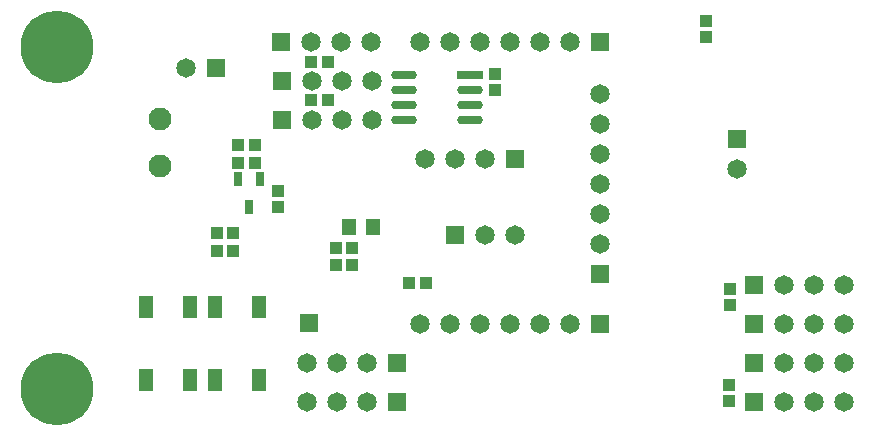
<source format=gbs>
G04*
G04 #@! TF.GenerationSoftware,Altium Limited,Altium Designer,20.0.10 (225)*
G04*
G04 Layer_Color=16711935*
%FSLAX44Y44*%
%MOMM*%
G71*
G01*
G75*
%ADD14R,1.0000X1.0000*%
%ADD15R,1.0000X1.0000*%
%ADD19R,1.1500X1.4000*%
%ADD20R,0.7500X1.2500*%
%ADD36C,1.6500*%
%ADD37R,1.6500X1.6500*%
%ADD38C,6.1500*%
%ADD39C,1.9500*%
%ADD40R,1.6500X1.6500*%
%ADD82R,2.1820X0.7596*%
%ADD83O,2.1820X0.7596*%
%ADD84R,1.2500X1.9500*%
D14*
X609010Y29990D02*
D03*
Y43990D02*
D03*
X589010Y351990D02*
D03*
Y337990D02*
D03*
X610010Y124990D02*
D03*
Y110990D02*
D03*
X411000Y293000D02*
D03*
Y307000D02*
D03*
X227010Y193990D02*
D03*
Y207990D02*
D03*
D15*
X352010Y129990D02*
D03*
X338010D02*
D03*
X207262Y246990D02*
D03*
X193262D02*
D03*
X207262Y231990D02*
D03*
X193262D02*
D03*
X290010Y159990D02*
D03*
X276010D02*
D03*
X290010Y144990D02*
D03*
X276010D02*
D03*
X175010Y171989D02*
D03*
X189010D02*
D03*
X175010Y156990D02*
D03*
X189010D02*
D03*
X255010Y284989D02*
D03*
X269010D02*
D03*
X255010Y316989D02*
D03*
X269010D02*
D03*
D19*
X307000Y177000D02*
D03*
X287000D02*
D03*
D20*
X193007Y218002D02*
D03*
X212007D02*
D03*
X202507Y194002D02*
D03*
D36*
X500010Y188390D02*
D03*
Y162990D02*
D03*
Y213790D02*
D03*
Y239190D02*
D03*
Y264590D02*
D03*
Y289990D02*
D03*
X149010Y311990D02*
D03*
X255410Y267990D02*
D03*
X280810D02*
D03*
X306210D02*
D03*
X255408Y301002D02*
D03*
X280807D02*
D03*
X306208D02*
D03*
X255010Y333989D02*
D03*
X280410D02*
D03*
X305810D02*
D03*
X616010Y226590D02*
D03*
X655010Y127990D02*
D03*
X680410D02*
D03*
X705810D02*
D03*
X655210Y28990D02*
D03*
X680610D02*
D03*
X706010D02*
D03*
X655407Y61997D02*
D03*
X680807D02*
D03*
X706208D02*
D03*
X655610Y94990D02*
D03*
X681010D02*
D03*
X706410D02*
D03*
X402410Y234989D02*
D03*
X377010D02*
D03*
X351610D02*
D03*
X427810Y170990D02*
D03*
X402410D02*
D03*
X449010Y94990D02*
D03*
X474410D02*
D03*
X423610D02*
D03*
X398210D02*
D03*
X372810D02*
D03*
X347410D02*
D03*
X302613Y61976D02*
D03*
X277213D02*
D03*
X251813D02*
D03*
X302613Y28977D02*
D03*
X277213D02*
D03*
X251813D02*
D03*
X347610Y333990D02*
D03*
X373010D02*
D03*
X398410D02*
D03*
X423810D02*
D03*
X474610D02*
D03*
X449210D02*
D03*
D37*
X500010Y137590D02*
D03*
X253010Y95990D02*
D03*
X616010Y251990D02*
D03*
D38*
X40000Y40000D02*
D03*
Y330000D02*
D03*
D39*
X127010Y268990D02*
D03*
Y228990D02*
D03*
D40*
X174410Y311990D02*
D03*
X230010Y267990D02*
D03*
X230007Y301002D02*
D03*
X229610Y333989D02*
D03*
X629610Y127990D02*
D03*
X629810Y28990D02*
D03*
X630008Y61997D02*
D03*
X630210Y94990D02*
D03*
X427810Y234989D02*
D03*
X377010Y170990D02*
D03*
X499810Y94990D02*
D03*
X328013Y61976D02*
D03*
Y28977D02*
D03*
X500010Y333990D02*
D03*
D82*
X389510Y305989D02*
D03*
D83*
Y293290D02*
D03*
Y280590D02*
D03*
Y267889D02*
D03*
X333630D02*
D03*
Y280590D02*
D03*
Y293290D02*
D03*
Y305989D02*
D03*
D84*
X115510Y109990D02*
D03*
Y47990D02*
D03*
X152510Y109990D02*
D03*
Y47990D02*
D03*
X173510Y109990D02*
D03*
Y47990D02*
D03*
X210510Y109990D02*
D03*
Y47990D02*
D03*
M02*

</source>
